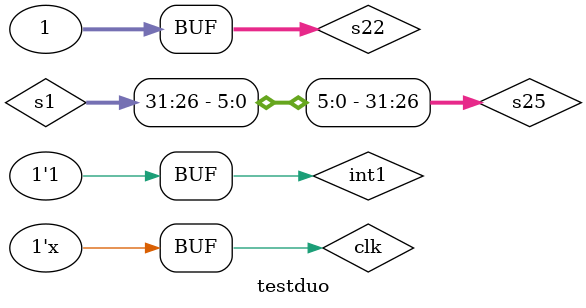
<source format=v>
module testduo;
wire [31:0]s1,s2,c16,s3,s4,c1,s5,s6,c13,c12,s7,s8,c2,s9,s10,s11,c5,s12,s13,s14,s15,s16,c6,s17,s18,s19,s20,s21,c7,c10,s22,c9,c14,s23,s24,s25,c8,c15,c4,c3,c11,pcrstl;
reg clk,int1,pcrst,go;

initial
begin
clk=0;
int1=1;
//pcrst=0;
end
//assign pcrstl=pcrst;
always #50 clk=~clk;
assign s22=int1;
assign c15=c14&c4;
assign c16=c15|c3;
assign s6=s18;
clk_pc pc(.clk(clk),.wena(c16),.data_in(s2),.data_out(s1));
MUX mux1(.a(s1),.b(s3),.crl(c1),.c(s4));
MUXfour mux2(.a(s10),.b(s10),.crl(c5),.c(s12));
MUX mux3(.a(s3),.b(s13),.crl(c11),.c(s14));
MUX mux4(.a(s1),.b(s17),.crl(c7),.c(s21));
MUX4 mux5(.crl(c10),.a(s18),.b(s22),.c(s19),.d(s20),.e(s11));
MUX4 mux6(.crl(c8),.a(s23),.b(s3),.c(s25),.e(s2));
clkram ram1(.wena(c13),.rena(c12),.addr(s4),.data_in(s6),.data_out(s5),.clk(clk));
clk_ir ir(.d(s5),.b(s8),.a(s7),.wena(c2),.clk(clk),.s9(s9),.all(s10));
clk_temp t1(.clk(clk),.a(s5),.b(s13));
clk_temp t2(.clk(clk),.a(s16),.b(s17));
clk_temp t3(.clk(clk),.a(s15),.b(s18));
clk_temp t4(.clk(clk),.a(s23),.b(s3));
RF rf(.clk(clk),.we(c6),.raddr1(s7),.raddr2(s8),.waddr(s12),.wdata(s14),.rdata1(s16),.rdata2(s15));
sixteentodou se(.a(s10),.b(s19));
//OSHL2 sh1(.a(s19),.b(s20));
//OSHL2 sh2(.a(s9),.b(s24));
assign s24=s9;
assign s20=s19;
alu alu1(.a(s21),.b(s11),.aluc(c9),.zero(c14),.r(s23));
clk_cu cu(.clk(clk),.a(s10),.iord(c1),.irwr(c2),.pcwr(c3),.pcwrcond(c4),.regdst(c5),.regwr(c6),.alusrca(c7),.pcsrc(c8),.aluop(c9),.alusrcb(c10),.memtoreg(c11),.memrd(c12),.memwr(c13));
assign s25[31:26]=s1[31:26];
assign s25[25:0]=s24[25:0];
endmodule

</source>
